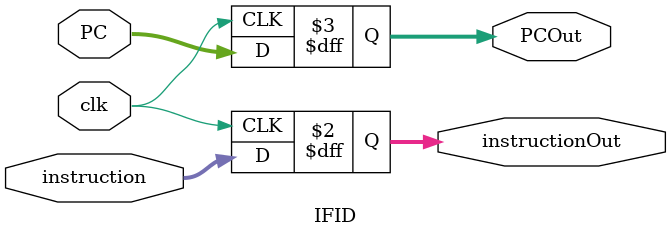
<source format=v>
module IFID (output reg [31:0] instructionOut,output reg [31:0] PCOut, input [31:0] instruction, input [31:0] PC, input clk);


always@(posedge clk)
begin
PCOut = PC;
instructionOut = instruction;
$display("IFID %b ", instructionOut );
end

endmodule 
</source>
